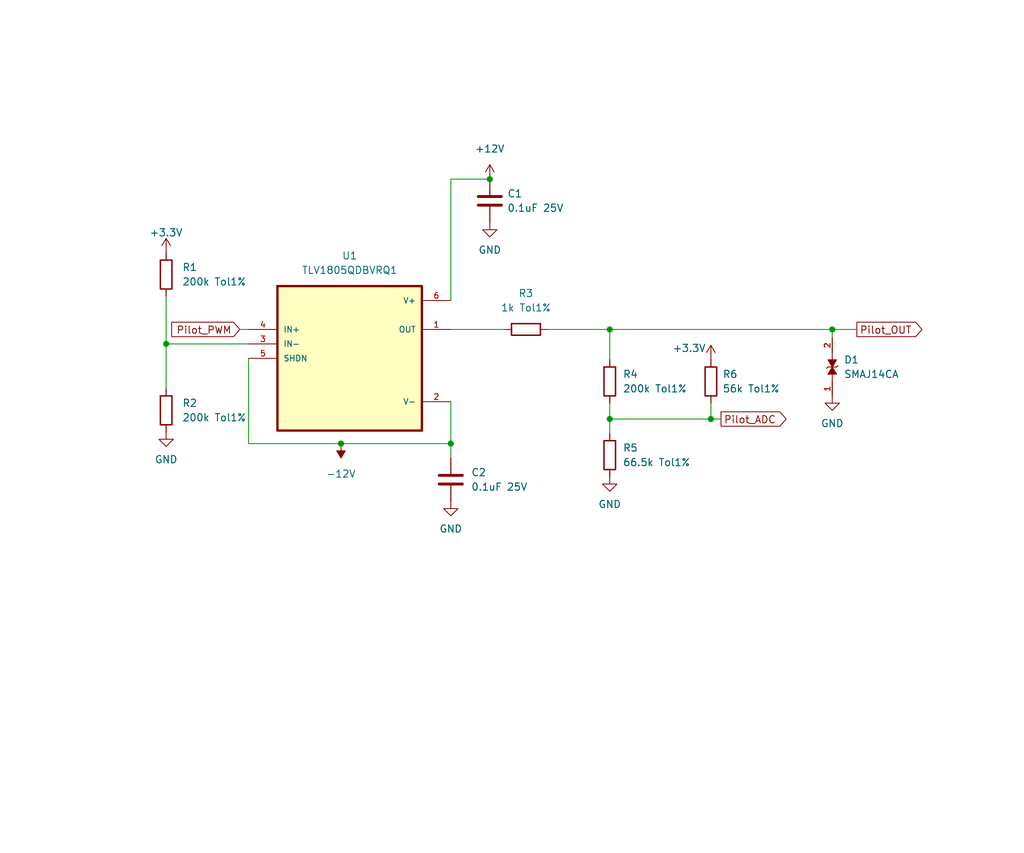
<source format=kicad_sch>
(kicad_sch (version 20211123) (generator eeschema)

  (uuid dffc4d11-41a3-47ca-9539-a9f89e6a406a)

  (paper "User" 180.01 150.012)

  (title_block
    (title "Control Pilot")
    (company "Universidad Nacional de Colombia")
    (comment 1 "Manuel Alejandro Pérez Carvajal, Maria Camila Muñoz Berrio")
    (comment 2 "Eddy Santiago Delgado Caro, Yanet Esther Estrada Lopez")
    (comment 3 "Julian Enrique Tovar Aranguren, Juan Esteban Bustos Rodriguez")
  )

  (lib_symbols
    (symbol "Device:C" (pin_numbers hide) (pin_names (offset 0.254)) (in_bom yes) (on_board yes)
      (property "Reference" "C" (id 0) (at 0.635 2.54 0)
        (effects (font (size 1.27 1.27)) (justify left))
      )
      (property "Value" "C" (id 1) (at 0.635 -2.54 0)
        (effects (font (size 1.27 1.27)) (justify left))
      )
      (property "Footprint" "" (id 2) (at 0.9652 -3.81 0)
        (effects (font (size 1.27 1.27)) hide)
      )
      (property "Datasheet" "~" (id 3) (at 0 0 0)
        (effects (font (size 1.27 1.27)) hide)
      )
      (property "ki_keywords" "cap capacitor" (id 4) (at 0 0 0)
        (effects (font (size 1.27 1.27)) hide)
      )
      (property "ki_description" "Unpolarized capacitor" (id 5) (at 0 0 0)
        (effects (font (size 1.27 1.27)) hide)
      )
      (property "ki_fp_filters" "C_*" (id 6) (at 0 0 0)
        (effects (font (size 1.27 1.27)) hide)
      )
      (symbol "C_0_1"
        (polyline
          (pts
            (xy -2.032 -0.762)
            (xy 2.032 -0.762)
          )
          (stroke (width 0.508) (type default) (color 0 0 0 0))
          (fill (type none))
        )
        (polyline
          (pts
            (xy -2.032 0.762)
            (xy 2.032 0.762)
          )
          (stroke (width 0.508) (type default) (color 0 0 0 0))
          (fill (type none))
        )
      )
      (symbol "C_1_1"
        (pin passive line (at 0 3.81 270) (length 2.794)
          (name "~" (effects (font (size 1.27 1.27))))
          (number "1" (effects (font (size 1.27 1.27))))
        )
        (pin passive line (at 0 -3.81 90) (length 2.794)
          (name "~" (effects (font (size 1.27 1.27))))
          (number "2" (effects (font (size 1.27 1.27))))
        )
      )
    )
    (symbol "Device:R" (pin_numbers hide) (pin_names (offset 0)) (in_bom yes) (on_board yes)
      (property "Reference" "R" (id 0) (at 2.032 0 90)
        (effects (font (size 1.27 1.27)))
      )
      (property "Value" "R" (id 1) (at 0 0 90)
        (effects (font (size 1.27 1.27)))
      )
      (property "Footprint" "" (id 2) (at -1.778 0 90)
        (effects (font (size 1.27 1.27)) hide)
      )
      (property "Datasheet" "~" (id 3) (at 0 0 0)
        (effects (font (size 1.27 1.27)) hide)
      )
      (property "ki_keywords" "R res resistor" (id 4) (at 0 0 0)
        (effects (font (size 1.27 1.27)) hide)
      )
      (property "ki_description" "Resistor" (id 5) (at 0 0 0)
        (effects (font (size 1.27 1.27)) hide)
      )
      (property "ki_fp_filters" "R_*" (id 6) (at 0 0 0)
        (effects (font (size 1.27 1.27)) hide)
      )
      (symbol "R_0_1"
        (rectangle (start -1.016 -2.54) (end 1.016 2.54)
          (stroke (width 0.254) (type default) (color 0 0 0 0))
          (fill (type none))
        )
      )
      (symbol "R_1_1"
        (pin passive line (at 0 3.81 270) (length 1.27)
          (name "~" (effects (font (size 1.27 1.27))))
          (number "1" (effects (font (size 1.27 1.27))))
        )
        (pin passive line (at 0 -3.81 90) (length 1.27)
          (name "~" (effects (font (size 1.27 1.27))))
          (number "2" (effects (font (size 1.27 1.27))))
        )
      )
    )
    (symbol "SMAJ14CA:SMAJ14CA" (pin_names (offset 1.016)) (in_bom yes) (on_board yes)
      (property "Reference" "D" (id 0) (at -5.08 2.54 0)
        (effects (font (size 1.27 1.27)) (justify left bottom))
      )
      (property "Value" "SMAJ14CA" (id 1) (at -5.08 -5.08 0)
        (effects (font (size 1.27 1.27)) (justify left bottom))
      )
      (property "Footprint" "DIOM4325X250N" (id 2) (at 0 0 0)
        (effects (font (size 1.27 1.27)) (justify bottom) hide)
      )
      (property "Datasheet" "" (id 3) (at 0 0 0)
        (effects (font (size 1.27 1.27)) hide)
      )
      (property "MANUFACTURER" "Taiwan Semiconductor" (id 4) (at 0 0 0)
        (effects (font (size 1.27 1.27)) (justify bottom) hide)
      )
      (property "PARTREV" "S2102" (id 5) (at 0 0 0)
        (effects (font (size 1.27 1.27)) (justify bottom) hide)
      )
      (property "STANDARD" "IPC-7351B" (id 6) (at 0 0 0)
        (effects (font (size 1.27 1.27)) (justify bottom) hide)
      )
      (property "MAXIMUM_PACKAGE_HEIGHT" "2.5 mm" (id 7) (at 0 0 0)
        (effects (font (size 1.27 1.27)) (justify bottom) hide)
      )
      (symbol "SMAJ14CA_0_0"
        (polyline
          (pts
            (xy -1.27 0)
            (xy -2.54 0)
          )
          (stroke (width 0.1524) (type default) (color 0 0 0 0))
          (fill (type none))
        )
        (polyline
          (pts
            (xy 0 -0.762)
            (xy -0.254 -1.016)
          )
          (stroke (width 0.1524) (type default) (color 0 0 0 0))
          (fill (type none))
        )
        (polyline
          (pts
            (xy 0 -0.762)
            (xy 0 0.762)
          )
          (stroke (width 0.1524) (type default) (color 0 0 0 0))
          (fill (type none))
        )
        (polyline
          (pts
            (xy 0 0.762)
            (xy 0.254 1.016)
          )
          (stroke (width 0.1524) (type default) (color 0 0 0 0))
          (fill (type none))
        )
        (polyline
          (pts
            (xy 1.27 0)
            (xy 2.54 0)
          )
          (stroke (width 0.1524) (type default) (color 0 0 0 0))
          (fill (type none))
        )
        (polyline
          (pts
            (xy 0 0)
            (xy -1.27 -0.762)
            (xy -1.27 0.762)
            (xy 0 0)
          )
          (stroke (width 0.1524) (type default) (color 0 0 0 0))
          (fill (type outline))
        )
        (polyline
          (pts
            (xy 0 0)
            (xy 1.27 0.762)
            (xy 1.27 -0.762)
            (xy 0 0)
          )
          (stroke (width 0.1524) (type default) (color 0 0 0 0))
          (fill (type outline))
        )
        (pin passive line (at -5.08 0 0) (length 2.54)
          (name "~" (effects (font (size 1.016 1.016))))
          (number "1" (effects (font (size 1.016 1.016))))
        )
        (pin passive line (at 5.08 0 180) (length 2.54)
          (name "~" (effects (font (size 1.016 1.016))))
          (number "2" (effects (font (size 1.016 1.016))))
        )
      )
    )
    (symbol "TLV1805QDBVRQ1:TLV1805QDBVRQ1" (pin_names (offset 1.016)) (in_bom yes) (on_board yes)
      (property "Reference" "U" (id 0) (at -12.7 13.7 0)
        (effects (font (size 1.27 1.27)) (justify left bottom))
      )
      (property "Value" "TLV1805QDBVRQ1" (id 1) (at -12.7 -16.7 0)
        (effects (font (size 1.27 1.27)) (justify left bottom))
      )
      (property "Footprint" "SOT95P280X145-6N" (id 2) (at 0 0 0)
        (effects (font (size 1.27 1.27)) (justify bottom) hide)
      )
      (property "Datasheet" "" (id 3) (at 0 0 0)
        (effects (font (size 1.27 1.27)) hide)
      )
      (symbol "TLV1805QDBVRQ1_0_0"
        (rectangle (start -12.7 -12.7) (end 12.7 12.7)
          (stroke (width 0.41) (type default) (color 0 0 0 0))
          (fill (type background))
        )
        (pin output line (at 17.78 5.08 180) (length 5.08)
          (name "OUT" (effects (font (size 1.016 1.016))))
          (number "1" (effects (font (size 1.016 1.016))))
        )
        (pin power_in line (at 17.78 -7.62 180) (length 5.08)
          (name "V-" (effects (font (size 1.016 1.016))))
          (number "2" (effects (font (size 1.016 1.016))))
        )
        (pin input line (at -17.78 2.54 0) (length 5.08)
          (name "IN-" (effects (font (size 1.016 1.016))))
          (number "3" (effects (font (size 1.016 1.016))))
        )
        (pin input line (at -17.78 5.08 0) (length 5.08)
          (name "IN+" (effects (font (size 1.016 1.016))))
          (number "4" (effects (font (size 1.016 1.016))))
        )
        (pin input line (at -17.78 0 0) (length 5.08)
          (name "SHDN" (effects (font (size 1.016 1.016))))
          (number "5" (effects (font (size 1.016 1.016))))
        )
        (pin power_in line (at 17.78 10.16 180) (length 5.08)
          (name "V+" (effects (font (size 1.016 1.016))))
          (number "6" (effects (font (size 1.016 1.016))))
        )
      )
    )
    (symbol "power:+12V" (power) (pin_names (offset 0)) (in_bom yes) (on_board yes)
      (property "Reference" "#PWR" (id 0) (at 0 -3.81 0)
        (effects (font (size 1.27 1.27)) hide)
      )
      (property "Value" "+12V" (id 1) (at 0 3.556 0)
        (effects (font (size 1.27 1.27)))
      )
      (property "Footprint" "" (id 2) (at 0 0 0)
        (effects (font (size 1.27 1.27)) hide)
      )
      (property "Datasheet" "" (id 3) (at 0 0 0)
        (effects (font (size 1.27 1.27)) hide)
      )
      (property "ki_keywords" "power-flag" (id 4) (at 0 0 0)
        (effects (font (size 1.27 1.27)) hide)
      )
      (property "ki_description" "Power symbol creates a global label with name \"+12V\"" (id 5) (at 0 0 0)
        (effects (font (size 1.27 1.27)) hide)
      )
      (symbol "+12V_0_1"
        (polyline
          (pts
            (xy -0.762 1.27)
            (xy 0 2.54)
          )
          (stroke (width 0) (type default) (color 0 0 0 0))
          (fill (type none))
        )
        (polyline
          (pts
            (xy 0 0)
            (xy 0 2.54)
          )
          (stroke (width 0) (type default) (color 0 0 0 0))
          (fill (type none))
        )
        (polyline
          (pts
            (xy 0 2.54)
            (xy 0.762 1.27)
          )
          (stroke (width 0) (type default) (color 0 0 0 0))
          (fill (type none))
        )
      )
      (symbol "+12V_1_1"
        (pin power_in line (at 0 0 90) (length 0) hide
          (name "+12V" (effects (font (size 1.27 1.27))))
          (number "1" (effects (font (size 1.27 1.27))))
        )
      )
    )
    (symbol "power:+3.3V" (power) (pin_names (offset 0)) (in_bom yes) (on_board yes)
      (property "Reference" "#PWR" (id 0) (at 0 -3.81 0)
        (effects (font (size 1.27 1.27)) hide)
      )
      (property "Value" "+3.3V" (id 1) (at 0 3.556 0)
        (effects (font (size 1.27 1.27)))
      )
      (property "Footprint" "" (id 2) (at 0 0 0)
        (effects (font (size 1.27 1.27)) hide)
      )
      (property "Datasheet" "" (id 3) (at 0 0 0)
        (effects (font (size 1.27 1.27)) hide)
      )
      (property "ki_keywords" "power-flag" (id 4) (at 0 0 0)
        (effects (font (size 1.27 1.27)) hide)
      )
      (property "ki_description" "Power symbol creates a global label with name \"+3.3V\"" (id 5) (at 0 0 0)
        (effects (font (size 1.27 1.27)) hide)
      )
      (symbol "+3.3V_0_1"
        (polyline
          (pts
            (xy -0.762 1.27)
            (xy 0 2.54)
          )
          (stroke (width 0) (type default) (color 0 0 0 0))
          (fill (type none))
        )
        (polyline
          (pts
            (xy 0 0)
            (xy 0 2.54)
          )
          (stroke (width 0) (type default) (color 0 0 0 0))
          (fill (type none))
        )
        (polyline
          (pts
            (xy 0 2.54)
            (xy 0.762 1.27)
          )
          (stroke (width 0) (type default) (color 0 0 0 0))
          (fill (type none))
        )
      )
      (symbol "+3.3V_1_1"
        (pin power_in line (at 0 0 90) (length 0) hide
          (name "+3.3V" (effects (font (size 1.27 1.27))))
          (number "1" (effects (font (size 1.27 1.27))))
        )
      )
    )
    (symbol "power:-12V" (power) (pin_names (offset 0)) (in_bom yes) (on_board yes)
      (property "Reference" "#PWR" (id 0) (at 0 2.54 0)
        (effects (font (size 1.27 1.27)) hide)
      )
      (property "Value" "-12V" (id 1) (at 0 3.81 0)
        (effects (font (size 1.27 1.27)))
      )
      (property "Footprint" "" (id 2) (at 0 0 0)
        (effects (font (size 1.27 1.27)) hide)
      )
      (property "Datasheet" "" (id 3) (at 0 0 0)
        (effects (font (size 1.27 1.27)) hide)
      )
      (property "ki_keywords" "power-flag" (id 4) (at 0 0 0)
        (effects (font (size 1.27 1.27)) hide)
      )
      (property "ki_description" "Power symbol creates a global label with name \"-12V\"" (id 5) (at 0 0 0)
        (effects (font (size 1.27 1.27)) hide)
      )
      (symbol "-12V_0_0"
        (pin power_in line (at 0 0 90) (length 0) hide
          (name "-12V" (effects (font (size 1.27 1.27))))
          (number "1" (effects (font (size 1.27 1.27))))
        )
      )
      (symbol "-12V_0_1"
        (polyline
          (pts
            (xy 0 0)
            (xy 0 1.27)
            (xy 0.762 1.27)
            (xy 0 2.54)
            (xy -0.762 1.27)
            (xy 0 1.27)
          )
          (stroke (width 0) (type default) (color 0 0 0 0))
          (fill (type outline))
        )
      )
    )
    (symbol "power:GND" (power) (pin_names (offset 0)) (in_bom yes) (on_board yes)
      (property "Reference" "#PWR" (id 0) (at 0 -6.35 0)
        (effects (font (size 1.27 1.27)) hide)
      )
      (property "Value" "GND" (id 1) (at 0 -3.81 0)
        (effects (font (size 1.27 1.27)))
      )
      (property "Footprint" "" (id 2) (at 0 0 0)
        (effects (font (size 1.27 1.27)) hide)
      )
      (property "Datasheet" "" (id 3) (at 0 0 0)
        (effects (font (size 1.27 1.27)) hide)
      )
      (property "ki_keywords" "power-flag" (id 4) (at 0 0 0)
        (effects (font (size 1.27 1.27)) hide)
      )
      (property "ki_description" "Power symbol creates a global label with name \"GND\" , ground" (id 5) (at 0 0 0)
        (effects (font (size 1.27 1.27)) hide)
      )
      (symbol "GND_0_1"
        (polyline
          (pts
            (xy 0 0)
            (xy 0 -1.27)
            (xy 1.27 -1.27)
            (xy 0 -2.54)
            (xy -1.27 -1.27)
            (xy 0 -1.27)
          )
          (stroke (width 0) (type default) (color 0 0 0 0))
          (fill (type none))
        )
      )
      (symbol "GND_1_1"
        (pin power_in line (at 0 0 270) (length 0) hide
          (name "GND" (effects (font (size 1.27 1.27))))
          (number "1" (effects (font (size 1.27 1.27))))
        )
      )
    )
  )

  (junction (at 86.106 31.496) (diameter 0) (color 0 0 0 0)
    (uuid 42c1d09e-bc0a-4fd6-bc41-f0b60aa1cc72)
  )
  (junction (at 107.188 73.66) (diameter 0) (color 0 0 0 0)
    (uuid 4ab927c6-3a7b-4bba-ac16-6e081f19783d)
  )
  (junction (at 107.188 57.912) (diameter 0) (color 0 0 0 0)
    (uuid 4c499a40-6b59-4fbb-bc1d-4aec2fa338b9)
  )
  (junction (at 79.248 77.978) (diameter 0) (color 0 0 0 0)
    (uuid 5141bba9-f389-4a04-913e-1e03dfd75bfe)
  )
  (junction (at 146.304 57.912) (diameter 0) (color 0 0 0 0)
    (uuid 91924fd2-dce0-412a-9af1-6b65d6b71535)
  )
  (junction (at 29.21 60.452) (diameter 0) (color 0 0 0 0)
    (uuid c49ee60d-0da1-4b63-a883-4f3443af428d)
  )
  (junction (at 59.944 77.978) (diameter 0) (color 0 0 0 0)
    (uuid d5525ec8-db39-471a-ad72-046968413278)
  )
  (junction (at 124.968 73.66) (diameter 0) (color 0 0 0 0)
    (uuid f98f2d2b-7d05-4db3-a849-279478cc0020)
  )

  (wire (pts (xy 59.944 77.978) (xy 79.248 77.978))
    (stroke (width 0) (type default) (color 0 0 0 0))
    (uuid 04365ae6-0ff9-4a2d-952b-315276e495df)
  )
  (wire (pts (xy 43.688 62.992) (xy 43.688 77.978))
    (stroke (width 0) (type default) (color 0 0 0 0))
    (uuid 1f762850-3445-4ab5-96cf-0e0cc358f7bc)
  )
  (wire (pts (xy 124.968 73.66) (xy 126.746 73.66))
    (stroke (width 0) (type default) (color 0 0 0 0))
    (uuid 29c9734a-321c-4e9b-9648-4f52d5681500)
  )
  (wire (pts (xy 29.21 52.07) (xy 29.21 60.452))
    (stroke (width 0) (type default) (color 0 0 0 0))
    (uuid 2db8a875-87cb-49ea-956b-9812f50af3fe)
  )
  (wire (pts (xy 107.188 70.866) (xy 107.188 73.66))
    (stroke (width 0) (type default) (color 0 0 0 0))
    (uuid 315b4650-b08b-42be-8309-5fc36b058f12)
  )
  (wire (pts (xy 107.188 57.912) (xy 107.188 63.246))
    (stroke (width 0) (type default) (color 0 0 0 0))
    (uuid 4221aea9-d3d1-44e5-b61c-d577eb64d8a4)
  )
  (wire (pts (xy 29.21 60.452) (xy 29.21 68.326))
    (stroke (width 0) (type default) (color 0 0 0 0))
    (uuid 4776275b-bba4-427e-9125-4fd002286d53)
  )
  (wire (pts (xy 42.164 57.912) (xy 43.688 57.912))
    (stroke (width 0) (type default) (color 0 0 0 0))
    (uuid 4aa67261-475f-49bf-b5ae-0469f7600fa3)
  )
  (wire (pts (xy 79.248 70.612) (xy 79.248 77.978))
    (stroke (width 0) (type default) (color 0 0 0 0))
    (uuid 4ca687e9-72a9-4c80-90a0-cc278d4f9fd5)
  )
  (wire (pts (xy 79.248 52.832) (xy 79.248 31.496))
    (stroke (width 0) (type default) (color 0 0 0 0))
    (uuid 5104ad31-9109-45a9-9289-f77e78f1b7fd)
  )
  (wire (pts (xy 79.248 77.978) (xy 79.248 80.518))
    (stroke (width 0) (type default) (color 0 0 0 0))
    (uuid 5fb5b8f9-2823-469a-9fd8-464ee4569d64)
  )
  (wire (pts (xy 107.188 73.66) (xy 107.188 76.2))
    (stroke (width 0) (type default) (color 0 0 0 0))
    (uuid 62b7f6b9-190c-4bca-ac37-690cd98701fb)
  )
  (wire (pts (xy 146.304 57.912) (xy 150.622 57.912))
    (stroke (width 0) (type default) (color 0 0 0 0))
    (uuid 69e53a28-8d0d-400b-91d7-62d3c95edbff)
  )
  (wire (pts (xy 79.248 57.912) (xy 88.646 57.912))
    (stroke (width 0) (type default) (color 0 0 0 0))
    (uuid 7f384d51-e862-457f-98ea-f7adf441909b)
  )
  (wire (pts (xy 96.266 57.912) (xy 107.188 57.912))
    (stroke (width 0) (type default) (color 0 0 0 0))
    (uuid 931e29e8-e518-4836-9061-7dcbaa9c43ec)
  )
  (wire (pts (xy 29.21 60.452) (xy 43.688 60.452))
    (stroke (width 0) (type default) (color 0 0 0 0))
    (uuid a52e76f8-1710-4d01-b3a9-5e440072385c)
  )
  (wire (pts (xy 43.688 77.978) (xy 59.944 77.978))
    (stroke (width 0) (type default) (color 0 0 0 0))
    (uuid aa4d5eed-64ed-45ac-a3d8-d47935b4a993)
  )
  (wire (pts (xy 124.968 70.866) (xy 124.968 73.66))
    (stroke (width 0) (type default) (color 0 0 0 0))
    (uuid b1c36b62-70e6-4cc3-ac7e-3e147f9b9e94)
  )
  (wire (pts (xy 124.968 73.66) (xy 107.188 73.66))
    (stroke (width 0) (type default) (color 0 0 0 0))
    (uuid b58c5103-6ecb-4f1c-bd68-b7cb08047fca)
  )
  (wire (pts (xy 79.248 31.496) (xy 86.106 31.496))
    (stroke (width 0) (type default) (color 0 0 0 0))
    (uuid b678e62d-6492-4534-86ec-8b3fd21d8208)
  )
  (wire (pts (xy 146.304 59.436) (xy 146.304 57.912))
    (stroke (width 0) (type default) (color 0 0 0 0))
    (uuid b8c0a498-a355-4a87-9e3d-bba04a9a09ca)
  )
  (wire (pts (xy 146.304 57.912) (xy 107.188 57.912))
    (stroke (width 0) (type default) (color 0 0 0 0))
    (uuid f1097ca5-40c2-4678-82d9-513e1c7aaa97)
  )

  (global_label "Pilot_ADC" (shape output) (at 126.746 73.66 0) (fields_autoplaced)
    (effects (font (size 1.27 1.27)) (justify left))
    (uuid 4c1a7782-7505-482b-98b7-31d4793cabb4)
    (property "Intersheet References" "${INTERSHEET_REFS}" (id 0) (at 138.1701 73.5806 0)
      (effects (font (size 1.27 1.27)) (justify left) hide)
    )
  )
  (global_label "Pilot_PWM" (shape input) (at 42.164 57.912 180) (fields_autoplaced)
    (effects (font (size 1.27 1.27)) (justify right))
    (uuid 58ba50ce-2544-4603-ac21-67de66ce22ad)
    (property "Intersheet References" "${INTERSHEET_REFS}" (id 0) (at 30.1957 57.8326 0)
      (effects (font (size 1.27 1.27)) (justify right) hide)
    )
  )
  (global_label "Pilot_OUT" (shape output) (at 150.622 57.912 0) (fields_autoplaced)
    (effects (font (size 1.27 1.27)) (justify left))
    (uuid 96a8a419-75a6-456c-be3b-ebd78216ab82)
    (property "Intersheet References" "${INTERSHEET_REFS}" (id 0) (at 162.0461 57.8326 0)
      (effects (font (size 1.27 1.27)) (justify left) hide)
    )
  )

  (symbol (lib_id "Device:R") (at 107.188 80.01 0) (unit 1)
    (in_bom yes) (on_board yes) (fields_autoplaced)
    (uuid 0b54a637-504a-4458-8893-6a3c5f0744a8)
    (property "Reference" "R5" (id 0) (at 109.474 78.7399 0)
      (effects (font (size 1.27 1.27)) (justify left))
    )
    (property "Value" "66.5k Tol1%" (id 1) (at 109.474 81.2799 0)
      (effects (font (size 1.27 1.27)) (justify left))
    )
    (property "Footprint" "Resistor_THT:R_Axial_DIN0204_L3.6mm_D1.6mm_P5.08mm_Horizontal" (id 2) (at 105.41 80.01 90)
      (effects (font (size 1.27 1.27)) hide)
    )
    (property "Datasheet" "~" (id 3) (at 107.188 80.01 0)
      (effects (font (size 1.27 1.27)) hide)
    )
    (pin "1" (uuid 39884d26-3baa-417e-ae85-40582689dfce))
    (pin "2" (uuid 5387d9d0-1e21-4d7e-b885-f5cfe9d7047f))
  )

  (symbol (lib_id "Device:R") (at 124.968 67.056 0) (unit 1)
    (in_bom yes) (on_board yes)
    (uuid 180b49ca-f10a-40b1-889f-6e89ff189151)
    (property "Reference" "R6" (id 0) (at 127 65.7859 0)
      (effects (font (size 1.27 1.27)) (justify left))
    )
    (property "Value" "56k Tol1%" (id 1) (at 127 68.3259 0)
      (effects (font (size 1.27 1.27)) (justify left))
    )
    (property "Footprint" "Resistor_THT:R_Axial_DIN0204_L3.6mm_D1.6mm_P5.08mm_Horizontal" (id 2) (at 123.19 67.056 90)
      (effects (font (size 1.27 1.27)) hide)
    )
    (property "Datasheet" "~" (id 3) (at 124.968 67.056 0)
      (effects (font (size 1.27 1.27)) hide)
    )
    (pin "1" (uuid 656e8c55-3560-496f-8c4a-f7bfcd83d1cf))
    (pin "2" (uuid 98bbe5f2-6a19-42ea-9ecb-ac535a747dc1))
  )

  (symbol (lib_id "Device:C") (at 79.248 84.328 0) (unit 1)
    (in_bom yes) (on_board yes) (fields_autoplaced)
    (uuid 188b813a-5137-4df7-ba7d-037426f1028e)
    (property "Reference" "C2" (id 0) (at 82.804 83.0579 0)
      (effects (font (size 1.27 1.27)) (justify left))
    )
    (property "Value" "0.1uF 25V" (id 1) (at 82.804 85.5979 0)
      (effects (font (size 1.27 1.27)) (justify left))
    )
    (property "Footprint" "Capacitor_THT:CP_Radial_D4.0mm_P1.50mm" (id 2) (at 80.2132 88.138 0)
      (effects (font (size 1.27 1.27)) hide)
    )
    (property "Datasheet" "~" (id 3) (at 79.248 84.328 0)
      (effects (font (size 1.27 1.27)) hide)
    )
    (pin "1" (uuid a83522f1-4b12-408a-8b0d-81a1be795ca6))
    (pin "2" (uuid 14edbfb9-33d9-4ed6-959c-5a49004c2892))
  )

  (symbol (lib_id "power:GND") (at 79.248 88.138 0) (unit 1)
    (in_bom yes) (on_board yes) (fields_autoplaced)
    (uuid 1c7aeb13-578b-4949-a048-88ea7f84cbca)
    (property "Reference" "#PWR0102" (id 0) (at 79.248 94.488 0)
      (effects (font (size 1.27 1.27)) hide)
    )
    (property "Value" "GND" (id 1) (at 79.248 92.964 0))
    (property "Footprint" "" (id 2) (at 79.248 88.138 0)
      (effects (font (size 1.27 1.27)) hide)
    )
    (property "Datasheet" "" (id 3) (at 79.248 88.138 0)
      (effects (font (size 1.27 1.27)) hide)
    )
    (pin "1" (uuid 61f90bbb-7d39-4d7c-9477-61748d6c4ec0))
  )

  (symbol (lib_id "Device:R") (at 92.456 57.912 90) (unit 1)
    (in_bom yes) (on_board yes) (fields_autoplaced)
    (uuid 240f2ae8-e5d2-449a-ab67-7aa5705e136f)
    (property "Reference" "R3" (id 0) (at 92.456 51.562 90))
    (property "Value" "1k Tol1%" (id 1) (at 92.456 54.102 90))
    (property "Footprint" "Resistor_THT:R_Axial_DIN0204_L3.6mm_D1.6mm_P5.08mm_Horizontal" (id 2) (at 92.456 59.69 90)
      (effects (font (size 1.27 1.27)) hide)
    )
    (property "Datasheet" "~" (id 3) (at 92.456 57.912 0)
      (effects (font (size 1.27 1.27)) hide)
    )
    (pin "1" (uuid b7a6ac9e-de41-433a-87b0-f104e9dd9852))
    (pin "2" (uuid 532a9e38-4cd5-4467-bc57-9d4235012951))
  )

  (symbol (lib_id "SMAJ14CA:SMAJ14CA") (at 146.304 64.516 270) (mirror x) (unit 1)
    (in_bom yes) (on_board yes) (fields_autoplaced)
    (uuid 4e79b839-17a2-4064-a646-87f121f2d9ce)
    (property "Reference" "D1" (id 0) (at 148.336 63.2459 90)
      (effects (font (size 1.27 1.27)) (justify left))
    )
    (property "Value" "SMAJ14CA" (id 1) (at 148.336 65.7859 90)
      (effects (font (size 1.27 1.27)) (justify left))
    )
    (property "Footprint" "symbols-footprints:DIOM4325X250N" (id 2) (at 146.304 64.516 0)
      (effects (font (size 1.27 1.27)) (justify bottom) hide)
    )
    (property "Datasheet" "" (id 3) (at 146.304 64.516 0)
      (effects (font (size 1.27 1.27)) hide)
    )
    (property "MANUFACTURER" "Taiwan Semiconductor" (id 4) (at 146.304 64.516 0)
      (effects (font (size 1.27 1.27)) (justify bottom) hide)
    )
    (property "PARTREV" "S2102" (id 5) (at 146.304 64.516 0)
      (effects (font (size 1.27 1.27)) (justify bottom) hide)
    )
    (property "STANDARD" "IPC-7351B" (id 6) (at 146.304 64.516 0)
      (effects (font (size 1.27 1.27)) (justify bottom) hide)
    )
    (property "MAXIMUM_PACKAGE_HEIGHT" "2.5 mm" (id 7) (at 146.304 64.516 0)
      (effects (font (size 1.27 1.27)) (justify bottom) hide)
    )
    (pin "1" (uuid 096f25da-5d88-4475-8fbb-6ccabed43c42))
    (pin "2" (uuid 8f13af3a-aea6-44cd-bcfd-bf53142f992c))
  )

  (symbol (lib_id "power:+12V") (at 86.106 31.496 0) (unit 1)
    (in_bom yes) (on_board yes) (fields_autoplaced)
    (uuid 569c13c6-d2a4-440a-94a7-75b2ed756523)
    (property "Reference" "#PWR0101" (id 0) (at 86.106 35.306 0)
      (effects (font (size 1.27 1.27)) hide)
    )
    (property "Value" "+12V" (id 1) (at 86.106 26.162 0))
    (property "Footprint" "" (id 2) (at 86.106 31.496 0)
      (effects (font (size 1.27 1.27)) hide)
    )
    (property "Datasheet" "" (id 3) (at 86.106 31.496 0)
      (effects (font (size 1.27 1.27)) hide)
    )
    (pin "1" (uuid 6526a22f-fc88-4718-b6be-d60f9a5519b4))
  )

  (symbol (lib_id "power:GND") (at 146.304 69.596 0) (unit 1)
    (in_bom yes) (on_board yes) (fields_autoplaced)
    (uuid 675a084c-4e3a-428f-8508-5a2b4aa5f8eb)
    (property "Reference" "#PWR0109" (id 0) (at 146.304 75.946 0)
      (effects (font (size 1.27 1.27)) hide)
    )
    (property "Value" "GND" (id 1) (at 146.304 74.422 0))
    (property "Footprint" "" (id 2) (at 146.304 69.596 0)
      (effects (font (size 1.27 1.27)) hide)
    )
    (property "Datasheet" "" (id 3) (at 146.304 69.596 0)
      (effects (font (size 1.27 1.27)) hide)
    )
    (pin "1" (uuid fe359c89-121f-4931-a670-387a86125107))
  )

  (symbol (lib_id "Device:R") (at 29.21 48.26 0) (unit 1)
    (in_bom yes) (on_board yes) (fields_autoplaced)
    (uuid 67769b8b-f592-45bc-b779-b99721abd89d)
    (property "Reference" "R1" (id 0) (at 32.004 46.9899 0)
      (effects (font (size 1.27 1.27)) (justify left))
    )
    (property "Value" "200k Tol1%" (id 1) (at 32.004 49.5299 0)
      (effects (font (size 1.27 1.27)) (justify left))
    )
    (property "Footprint" "Resistor_THT:R_Axial_DIN0204_L3.6mm_D1.6mm_P5.08mm_Horizontal" (id 2) (at 27.432 48.26 90)
      (effects (font (size 1.27 1.27)) hide)
    )
    (property "Datasheet" "~" (id 3) (at 29.21 48.26 0)
      (effects (font (size 1.27 1.27)) hide)
    )
    (pin "1" (uuid 0c4a97ee-534b-4f1a-b007-b7ef7f4c68ea))
    (pin "2" (uuid 2db773cd-804b-45c5-98bb-cc1b4053eb3c))
  )

  (symbol (lib_id "power:+3.3V") (at 124.968 63.246 0) (unit 1)
    (in_bom yes) (on_board yes)
    (uuid 798e8008-ffd8-4460-9bbd-21f973740470)
    (property "Reference" "#PWR0108" (id 0) (at 124.968 67.056 0)
      (effects (font (size 1.27 1.27)) hide)
    )
    (property "Value" "+3.3V" (id 1) (at 121.158 61.214 0))
    (property "Footprint" "" (id 2) (at 124.968 63.246 0)
      (effects (font (size 1.27 1.27)) hide)
    )
    (property "Datasheet" "" (id 3) (at 124.968 63.246 0)
      (effects (font (size 1.27 1.27)) hide)
    )
    (pin "1" (uuid 8eecd0a3-8db5-40a2-af45-186ca79dc46a))
  )

  (symbol (lib_id "power:GND") (at 29.21 75.946 0) (unit 1)
    (in_bom yes) (on_board yes) (fields_autoplaced)
    (uuid 8bc9475b-1167-400e-9dcd-fbb5eae1491d)
    (property "Reference" "#PWR0104" (id 0) (at 29.21 82.296 0)
      (effects (font (size 1.27 1.27)) hide)
    )
    (property "Value" "GND" (id 1) (at 29.21 80.772 0))
    (property "Footprint" "" (id 2) (at 29.21 75.946 0)
      (effects (font (size 1.27 1.27)) hide)
    )
    (property "Datasheet" "" (id 3) (at 29.21 75.946 0)
      (effects (font (size 1.27 1.27)) hide)
    )
    (pin "1" (uuid 3b27a285-0127-45c1-a28c-9c4318c63c43))
  )

  (symbol (lib_id "Device:R") (at 107.188 67.056 0) (unit 1)
    (in_bom yes) (on_board yes) (fields_autoplaced)
    (uuid ad04e19e-d446-4765-890c-3d5e5206476d)
    (property "Reference" "R4" (id 0) (at 109.474 65.7859 0)
      (effects (font (size 1.27 1.27)) (justify left))
    )
    (property "Value" "200k Tol1%" (id 1) (at 109.474 68.3259 0)
      (effects (font (size 1.27 1.27)) (justify left))
    )
    (property "Footprint" "Resistor_THT:R_Axial_DIN0204_L3.6mm_D1.6mm_P5.08mm_Horizontal" (id 2) (at 105.41 67.056 90)
      (effects (font (size 1.27 1.27)) hide)
    )
    (property "Datasheet" "~" (id 3) (at 107.188 67.056 0)
      (effects (font (size 1.27 1.27)) hide)
    )
    (pin "1" (uuid e94420dc-bd58-4d30-aab7-37f8137282a3))
    (pin "2" (uuid 1ade3985-7f52-471d-a2e0-ba7fcbe63c25))
  )

  (symbol (lib_id "power:+3.3V") (at 29.21 44.45 0) (unit 1)
    (in_bom yes) (on_board yes)
    (uuid ca602f22-cf77-4760-9c17-214ed49a62df)
    (property "Reference" "#PWR0105" (id 0) (at 29.21 48.26 0)
      (effects (font (size 1.27 1.27)) hide)
    )
    (property "Value" "+3.3V" (id 1) (at 29.21 40.894 0))
    (property "Footprint" "" (id 2) (at 29.21 44.45 0)
      (effects (font (size 1.27 1.27)) hide)
    )
    (property "Datasheet" "" (id 3) (at 29.21 44.45 0)
      (effects (font (size 1.27 1.27)) hide)
    )
    (pin "1" (uuid 5e3db260-adf4-42c3-ac01-5755823eab8b))
  )

  (symbol (lib_id "Device:R") (at 29.21 72.136 0) (unit 1)
    (in_bom yes) (on_board yes) (fields_autoplaced)
    (uuid cad6bc3e-078b-4dfd-85bd-b9516aed00c4)
    (property "Reference" "R2" (id 0) (at 32.004 70.8659 0)
      (effects (font (size 1.27 1.27)) (justify left))
    )
    (property "Value" "200k Tol1%" (id 1) (at 32.004 73.4059 0)
      (effects (font (size 1.27 1.27)) (justify left))
    )
    (property "Footprint" "Resistor_THT:R_Axial_DIN0204_L3.6mm_D1.6mm_P5.08mm_Horizontal" (id 2) (at 27.432 72.136 90)
      (effects (font (size 1.27 1.27)) hide)
    )
    (property "Datasheet" "~" (id 3) (at 29.21 72.136 0)
      (effects (font (size 1.27 1.27)) hide)
    )
    (pin "1" (uuid 4d83ee30-0c58-4bf1-8a10-cf4f69afbf31))
    (pin "2" (uuid 81896e66-a6ae-4126-8263-6462ed903e29))
  )

  (symbol (lib_id "power:-12V") (at 59.944 77.978 180) (unit 1)
    (in_bom yes) (on_board yes) (fields_autoplaced)
    (uuid d1d38217-24d6-4561-994b-c1d77f35873a)
    (property "Reference" "#PWR0103" (id 0) (at 59.944 80.518 0)
      (effects (font (size 1.27 1.27)) hide)
    )
    (property "Value" "-12V" (id 1) (at 59.944 83.312 0))
    (property "Footprint" "" (id 2) (at 59.944 77.978 0)
      (effects (font (size 1.27 1.27)) hide)
    )
    (property "Datasheet" "" (id 3) (at 59.944 77.978 0)
      (effects (font (size 1.27 1.27)) hide)
    )
    (pin "1" (uuid 94395ca5-4a97-40b0-b1c6-67232776b23c))
  )

  (symbol (lib_id "power:GND") (at 86.106 39.116 0) (unit 1)
    (in_bom yes) (on_board yes) (fields_autoplaced)
    (uuid df9a2c95-72f0-4c91-b503-ce8d3992e835)
    (property "Reference" "#PWR0106" (id 0) (at 86.106 45.466 0)
      (effects (font (size 1.27 1.27)) hide)
    )
    (property "Value" "GND" (id 1) (at 86.106 43.942 0))
    (property "Footprint" "" (id 2) (at 86.106 39.116 0)
      (effects (font (size 1.27 1.27)) hide)
    )
    (property "Datasheet" "" (id 3) (at 86.106 39.116 0)
      (effects (font (size 1.27 1.27)) hide)
    )
    (pin "1" (uuid 3bbf57ae-b423-462a-a765-627bb0566c40))
  )

  (symbol (lib_id "Device:C") (at 86.106 35.306 0) (unit 1)
    (in_bom yes) (on_board yes) (fields_autoplaced)
    (uuid e53fd2fc-f909-443d-b7b9-78593a38a806)
    (property "Reference" "C1" (id 0) (at 89.154 34.0359 0)
      (effects (font (size 1.27 1.27)) (justify left))
    )
    (property "Value" "0.1uF 25V" (id 1) (at 89.154 36.5759 0)
      (effects (font (size 1.27 1.27)) (justify left))
    )
    (property "Footprint" "Capacitor_THT:CP_Radial_D4.0mm_P1.50mm" (id 2) (at 87.0712 39.116 0)
      (effects (font (size 1.27 1.27)) hide)
    )
    (property "Datasheet" "~" (id 3) (at 86.106 35.306 0)
      (effects (font (size 1.27 1.27)) hide)
    )
    (pin "1" (uuid 5226ef75-4a1d-4f56-8df6-f4daf62682da))
    (pin "2" (uuid e06fb07f-c5e2-4c1b-8190-fa0bcc6e97e3))
  )

  (symbol (lib_id "TLV1805QDBVRQ1:TLV1805QDBVRQ1") (at 61.468 62.992 0) (unit 1)
    (in_bom yes) (on_board yes) (fields_autoplaced)
    (uuid e5f82d49-5c56-498b-b73c-17109479b2b7)
    (property "Reference" "U1" (id 0) (at 61.468 44.958 0))
    (property "Value" "TLV1805QDBVRQ1" (id 1) (at 61.468 47.498 0))
    (property "Footprint" "symbols-footprints:SOT95P280X145-6N" (id 2) (at 61.468 62.992 0)
      (effects (font (size 1.27 1.27)) (justify bottom) hide)
    )
    (property "Datasheet" "" (id 3) (at 61.468 62.992 0)
      (effects (font (size 1.27 1.27)) hide)
    )
    (pin "1" (uuid a31b75d2-2c3f-4404-b635-00c6df0e4aac))
    (pin "2" (uuid 0df20e40-0b1b-43fc-b192-7f6658e1bad7))
    (pin "3" (uuid 7df14a38-64d1-4948-b874-8577dfd04a90))
    (pin "4" (uuid 1d4ffc6f-0aff-4681-a7d3-d2cba77a1653))
    (pin "5" (uuid 219d33ca-f594-474e-aa7b-78f142b128d6))
    (pin "6" (uuid be36dbe9-2843-4047-920b-b8ceffacc82b))
  )

  (symbol (lib_id "power:GND") (at 107.188 83.82 0) (unit 1)
    (in_bom yes) (on_board yes) (fields_autoplaced)
    (uuid f88e35c0-29c7-4b9d-8fdd-985915ad42d9)
    (property "Reference" "#PWR0107" (id 0) (at 107.188 90.17 0)
      (effects (font (size 1.27 1.27)) hide)
    )
    (property "Value" "GND" (id 1) (at 107.188 88.646 0))
    (property "Footprint" "" (id 2) (at 107.188 83.82 0)
      (effects (font (size 1.27 1.27)) hide)
    )
    (property "Datasheet" "" (id 3) (at 107.188 83.82 0)
      (effects (font (size 1.27 1.27)) hide)
    )
    (pin "1" (uuid 93374b59-3364-416c-8a4d-ff67f956ef41))
  )

  (sheet_instances
    (path "/" (page "1"))
  )

  (symbol_instances
    (path "/569c13c6-d2a4-440a-94a7-75b2ed756523"
      (reference "#PWR0101") (unit 1) (value "+12V") (footprint "")
    )
    (path "/1c7aeb13-578b-4949-a048-88ea7f84cbca"
      (reference "#PWR0102") (unit 1) (value "GND") (footprint "")
    )
    (path "/d1d38217-24d6-4561-994b-c1d77f35873a"
      (reference "#PWR0103") (unit 1) (value "-12V") (footprint "")
    )
    (path "/8bc9475b-1167-400e-9dcd-fbb5eae1491d"
      (reference "#PWR0104") (unit 1) (value "GND") (footprint "")
    )
    (path "/ca602f22-cf77-4760-9c17-214ed49a62df"
      (reference "#PWR0105") (unit 1) (value "+3.3V") (footprint "")
    )
    (path "/df9a2c95-72f0-4c91-b503-ce8d3992e835"
      (reference "#PWR0106") (unit 1) (value "GND") (footprint "")
    )
    (path "/f88e35c0-29c7-4b9d-8fdd-985915ad42d9"
      (reference "#PWR0107") (unit 1) (value "GND") (footprint "")
    )
    (path "/798e8008-ffd8-4460-9bbd-21f973740470"
      (reference "#PWR0108") (unit 1) (value "+3.3V") (footprint "")
    )
    (path "/675a084c-4e3a-428f-8508-5a2b4aa5f8eb"
      (reference "#PWR0109") (unit 1) (value "GND") (footprint "")
    )
    (path "/e53fd2fc-f909-443d-b7b9-78593a38a806"
      (reference "C1") (unit 1) (value "0.1uF 25V") (footprint "Capacitor_THT:CP_Radial_D4.0mm_P1.50mm")
    )
    (path "/188b813a-5137-4df7-ba7d-037426f1028e"
      (reference "C2") (unit 1) (value "0.1uF 25V") (footprint "Capacitor_THT:CP_Radial_D4.0mm_P1.50mm")
    )
    (path "/4e79b839-17a2-4064-a646-87f121f2d9ce"
      (reference "D1") (unit 1) (value "SMAJ14CA") (footprint "symbols-footprints:DIOM4325X250N")
    )
    (path "/67769b8b-f592-45bc-b779-b99721abd89d"
      (reference "R1") (unit 1) (value "200k Tol1%") (footprint "Resistor_THT:R_Axial_DIN0204_L3.6mm_D1.6mm_P5.08mm_Horizontal")
    )
    (path "/cad6bc3e-078b-4dfd-85bd-b9516aed00c4"
      (reference "R2") (unit 1) (value "200k Tol1%") (footprint "Resistor_THT:R_Axial_DIN0204_L3.6mm_D1.6mm_P5.08mm_Horizontal")
    )
    (path "/240f2ae8-e5d2-449a-ab67-7aa5705e136f"
      (reference "R3") (unit 1) (value "1k Tol1%") (footprint "Resistor_THT:R_Axial_DIN0204_L3.6mm_D1.6mm_P5.08mm_Horizontal")
    )
    (path "/ad04e19e-d446-4765-890c-3d5e5206476d"
      (reference "R4") (unit 1) (value "200k Tol1%") (footprint "Resistor_THT:R_Axial_DIN0204_L3.6mm_D1.6mm_P5.08mm_Horizontal")
    )
    (path "/0b54a637-504a-4458-8893-6a3c5f0744a8"
      (reference "R5") (unit 1) (value "66.5k Tol1%") (footprint "Resistor_THT:R_Axial_DIN0204_L3.6mm_D1.6mm_P5.08mm_Horizontal")
    )
    (path "/180b49ca-f10a-40b1-889f-6e89ff189151"
      (reference "R6") (unit 1) (value "56k Tol1%") (footprint "Resistor_THT:R_Axial_DIN0204_L3.6mm_D1.6mm_P5.08mm_Horizontal")
    )
    (path "/e5f82d49-5c56-498b-b73c-17109479b2b7"
      (reference "U1") (unit 1) (value "TLV1805QDBVRQ1") (footprint "symbols-footprints:SOT95P280X145-6N")
    )
  )
)

</source>
